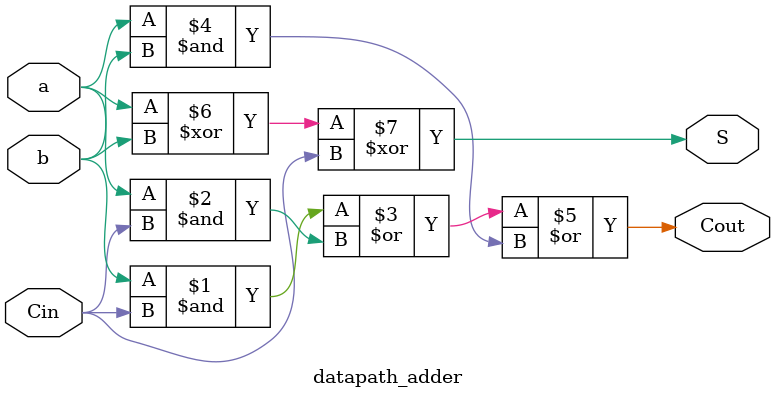
<source format=v>
`timescale 1ns / 1ps


module datapath_adder(
 input a , b , Cin ,
    output S , Cout
);

   assign Cout = (b&Cin) | (a&Cin) | (a&b);
   assign S = a ^ b ^ Cin;
    
endmodule

</source>
